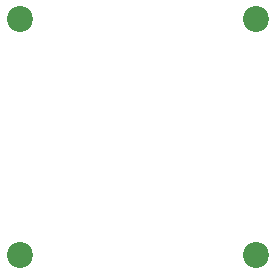
<source format=gbr>
%TF.GenerationSoftware,KiCad,Pcbnew,(5.1.5)-3*%
%TF.CreationDate,2020-05-01T16:04:52+02:00*%
%TF.ProjectId,SX1280_module,53583132-3830-45f6-9d6f-64756c652e6b,rev?*%
%TF.SameCoordinates,Original*%
%TF.FileFunction,NonPlated,1,2,NPTH,Drill*%
%TF.FilePolarity,Positive*%
%FSLAX46Y46*%
G04 Gerber Fmt 4.6, Leading zero omitted, Abs format (unit mm)*
G04 Created by KiCad (PCBNEW (5.1.5)-3) date 2020-05-01 16:04:52*
%MOMM*%
%LPD*%
G04 APERTURE LIST*
%TA.AperFunction,ComponentDrill*%
%ADD10C,2.200000*%
%TD*%
G04 APERTURE END LIST*
D10*
%TO.C,MH1*%
X109000000Y-121000000D03*
%TO.C,MH2*%
X129000000Y-101000000D03*
X129000000Y-121000000D03*
%TO.C,MH1*%
X109000000Y-101000000D03*
M02*

</source>
